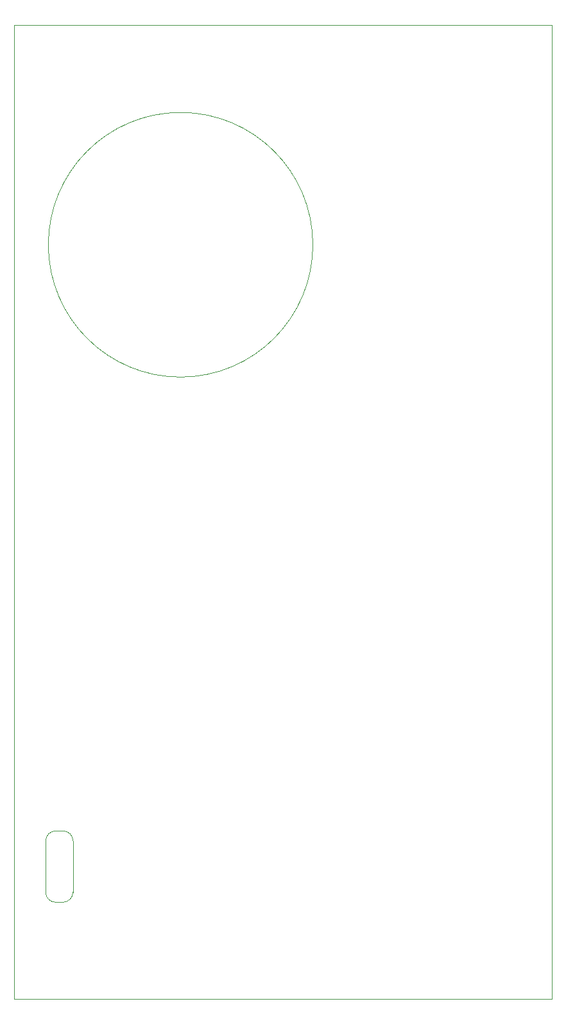
<source format=gbr>
%TF.GenerationSoftware,KiCad,Pcbnew,8.0.1*%
%TF.CreationDate,2024-04-24T15:30:04+01:00*%
%TF.ProjectId,Kishoof_Panel,4b697368-6f6f-4665-9f50-616e656c2e6b,rev?*%
%TF.SameCoordinates,Original*%
%TF.FileFunction,Profile,NP*%
%FSLAX46Y46*%
G04 Gerber Fmt 4.6, Leading zero omitted, Abs format (unit mm)*
G04 Created by KiCad (PCBNEW 8.0.1) date 2024-04-24 15:30:04*
%MOMM*%
%LPD*%
G01*
G04 APERTURE LIST*
%TA.AperFunction,Profile*%
%ADD10C,0.050000*%
%TD*%
%TA.AperFunction,Profile*%
%ADD11C,0.100000*%
%TD*%
%TA.AperFunction,Profile*%
%ADD12C,0.120000*%
%TD*%
G04 APERTURE END LIST*
D10*
X94450000Y-59000000D02*
G75*
G02*
X59550000Y-59000000I-17450000J0D01*
G01*
X59550000Y-59000000D02*
G75*
G02*
X94450000Y-59000000I17450000J0D01*
G01*
D11*
X55000000Y-30000000D02*
X126000000Y-30000000D01*
X126000000Y-158500000D01*
X55000000Y-158500000D01*
X55000000Y-30000000D01*
D12*
%TO.C,REF\u002A\u002A*%
X59200000Y-144400000D02*
X59200000Y-137600000D01*
X60500000Y-145700000D02*
X61500000Y-145700000D01*
X61500000Y-136300000D02*
X60500000Y-136300000D01*
X62800000Y-144380000D02*
X62800000Y-137620000D01*
X59200000Y-137600000D02*
G75*
G02*
X60500000Y-136300000I1319240J-19240D01*
G01*
X60500000Y-145700000D02*
G75*
G02*
X59200000Y-144400000I-1J1299999D01*
G01*
X61500000Y-136300000D02*
G75*
G02*
X62800140Y-137619239I-19240J-1319240D01*
G01*
X62800140Y-144380761D02*
G75*
G02*
X61500000Y-145700000I-1319378J-1D01*
G01*
%TD*%
M02*

</source>
